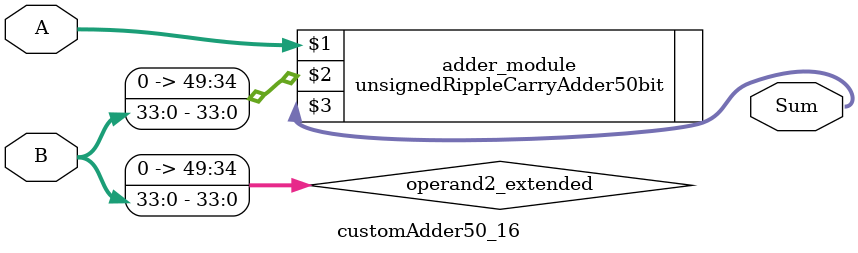
<source format=v>
module customAdder50_16(
                        input [49 : 0] A,
                        input [33 : 0] B,
                        
                        output [50 : 0] Sum
                );

        wire [49 : 0] operand2_extended;
        
        assign operand2_extended =  {16'b0, B};
        
        unsignedRippleCarryAdder50bit adder_module(
            A,
            operand2_extended,
            Sum
        );
        
        endmodule
        
</source>
